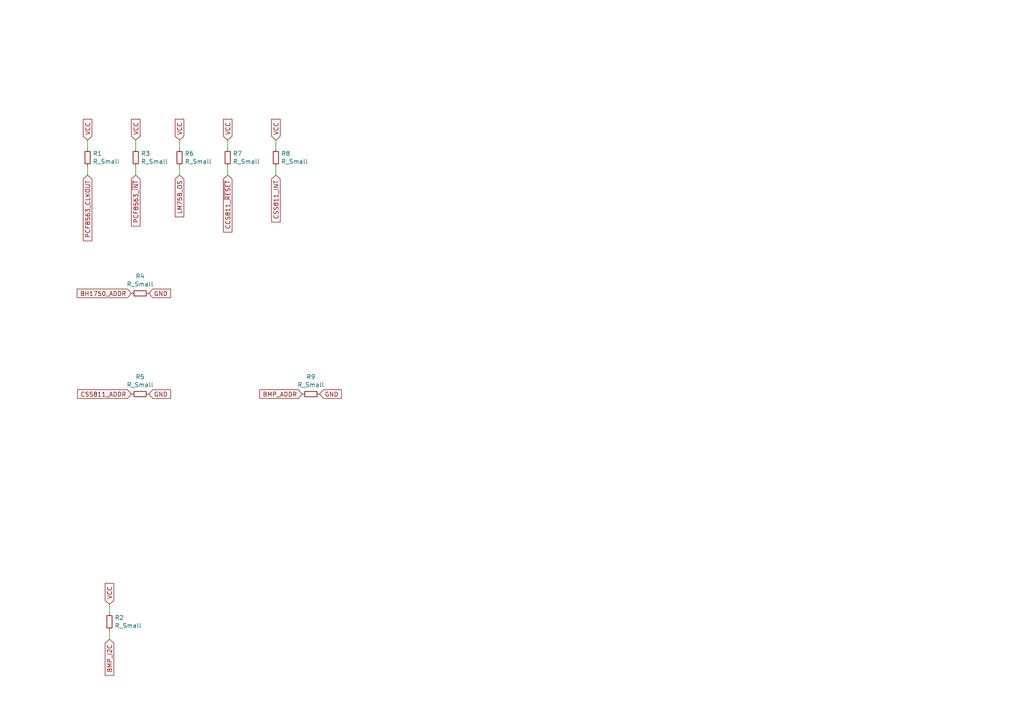
<source format=kicad_sch>
(kicad_sch (version 20230121) (generator eeschema)
  (paper "A4")
  (lib_symbols
    (symbol "Device:R_Small" (pin_numbers hide) (pin_names (offset 0.254) hide)
      (property "Reference" "R" (at 0.762 0.508 0))
      (property "Value" "R_Small" (at 0.762 -1.016 0))
      (symbol "R_Small_0_1"
        (rectangle (start -0.762 1.778) (end 0.762 -1.778) (stroke (width 0.2032)))
      )
      (symbol "R_Small_1_1"
        (pin passive line (at 0 2.54 270) (length 0.762) (name "~") (number "1"))
        (pin passive line (at 0 -2.54 90) (length 0.762) (name "~") (number "2"))
      )
    )
  )
  (wire (pts (xy 39.37 43.18) (xy 39.37 40.64)))
  (wire (pts (xy 31.75 177.8) (xy 31.75 175.26)))
  (wire (pts (xy 31.75 185.42) (xy 31.75 182.88)))
  (wire (pts (xy 39.37 50.8) (xy 39.37 48.26)))
  (wire (pts (xy 80.01 43.18) (xy 80.01 40.64)))
  (wire (pts (xy 52.07 50.8) (xy 52.07 48.26)))
  (wire (pts (xy 80.01 50.8) (xy 80.01 48.26)))
  (wire (pts (xy 25.4 50.8) (xy 25.4 48.26)))
  (wire (pts (xy 66.04 43.18) (xy 66.04 40.64)))
  (wire (pts (xy 52.07 43.18) (xy 52.07 40.64)))
  (wire (pts (xy 66.04 50.8) (xy 66.04 48.26)))
  (wire (pts (xy 25.4 43.18) (xy 25.4 40.64)))
  (global_label "CSS811_INT" (shape input) (at 80.01 50.8 270) (property "Intersheetrefs" "${INTERSHEET_REFS}" (effects hide)) (property "Intersheet-verwijzingen" "${INTERSHEET_REFS}" (effects hide)))
  (global_label "VCC" (shape input) (at 25.4 40.64 90) (property "Intersheetrefs" "${INTERSHEET_REFS}" (effects hide)) (property "Intersheet-verwijzingen" "${INTERSHEET_REFS}" (effects hide)))
  (global_label "PCF8563_CLKOUT" (shape input) (at 25.4 50.8 270) (property "Intersheetrefs" "${INTERSHEET_REFS}" (effects hide)) (property "Intersheet-verwijzingen" "${INTERSHEET_REFS}" (effects hide)))
  (global_label "CSS811_ADDR" (shape input) (at 38.1 114.3 180) (property "Intersheetrefs" "${INTERSHEET_REFS}" (effects hide)) (property "Intersheet-verwijzingen" "${INTERSHEET_REFS}" (effects hide)))
  (global_label "PCF8563_~{INT}" (shape input) (at 39.37 50.8 270) (property "Intersheetrefs" "${INTERSHEET_REFS}" (effects hide)) (property "Intersheet-verwijzingen" "${INTERSHEET_REFS}" (effects hide)))
  (global_label "GND" (shape input) (at 92.71 114.3 0) (property "Intersheetrefs" "${INTERSHEET_REFS}" (effects hide)) (property "Intersheet-verwijzingen" "${INTERSHEET_REFS}" (effects hide)))
  (global_label "BMP_ADDR" (shape input) (at 87.63 114.3 180) (property "Intersheetrefs" "${INTERSHEET_REFS}" (effects hide)) (property "Intersheet-verwijzingen" "${INTERSHEET_REFS}" (effects hide)))
  (global_label "GND" (shape input) (at 43.18 85.09 0) (property "Intersheetrefs" "${INTERSHEET_REFS}" (effects hide)) (property "Intersheet-verwijzingen" "${INTERSHEET_REFS}" (effects hide)))
  (global_label "VCC" (shape input) (at 66.04 40.64 90) (property "Intersheetrefs" "${INTERSHEET_REFS}" (effects hide)) (property "Intersheet-verwijzingen" "${INTERSHEET_REFS}" (effects hide)))
  (global_label "LM75B_OS" (shape input) (at 52.07 50.8 270) (property "Intersheetrefs" "${INTERSHEET_REFS}" (effects hide)) (property "Intersheet-verwijzingen" "${INTERSHEET_REFS}" (effects hide)))
  (global_label "VCC" (shape input) (at 39.37 40.64 90) (property "Intersheetrefs" "${INTERSHEET_REFS}" (effects hide)) (property "Intersheet-verwijzingen" "${INTERSHEET_REFS}" (effects hide)))
  (global_label "VCC" (shape input) (at 52.07 40.64 90) (property "Intersheetrefs" "${INTERSHEET_REFS}" (effects hide)) (property "Intersheet-verwijzingen" "${INTERSHEET_REFS}" (effects hide)))
  (global_label "BMP_I2C" (shape input) (at 31.75 185.42 270) (property "Intersheetrefs" "${INTERSHEET_REFS}" (effects hide)) (property "Intersheet-verwijzingen" "${INTERSHEET_REFS}" (effects hide)))
  (global_label "VCC" (shape input) (at 31.75 175.26 90) (property "Intersheetrefs" "${INTERSHEET_REFS}" (effects hide)) (property "Intersheet-verwijzingen" "${INTERSHEET_REFS}" (effects hide)))
  (global_label "BH1750_ADDR" (shape input) (at 38.1 85.09 180) (property "Intersheetrefs" "${INTERSHEET_REFS}" (effects hide)) (property "Intersheet-verwijzingen" "${INTERSHEET_REFS}" (effects hide)))
  (global_label "VCC" (shape input) (at 80.01 40.64 90) (property "Intersheetrefs" "${INTERSHEET_REFS}" (effects hide)) (property "Intersheet-verwijzingen" "${INTERSHEET_REFS}" (effects hide)))
  (global_label "CCS811_~{RESET}" (shape input) (at 66.04 50.8 270) (property "Intersheetrefs" "${INTERSHEET_REFS}" (effects hide)) (property "Intersheet-verwijzingen" "${INTERSHEET_REFS}" (effects hide)))
  (global_label "GND" (shape input) (at 43.18 114.3 0) (property "Intersheetrefs" "${INTERSHEET_REFS}" (effects hide)) (property "Intersheet-verwijzingen" "${INTERSHEET_REFS}" (effects hide)))
  (symbol (lib_id "Device:R_Small") (at 25.4 45.72 0) (unit 1)
    (property "Reference" "R1" (at 26.8986 44.5516 0) (effects (justify left)))
    (property "Value" "R_Small" (at 26.8986 46.863 0) (effects (justify left)))
    (property "Footprint" "Resistor_SMD:R_0805_2012Metric_Pad1.20x1.40mm_HandSolder" (effects hide))
  )
  (symbol (lib_id "Device:R_Small") (at 39.37 45.72 0) (unit 1)
    (property "Reference" "R3" (at 40.8686 44.5516 0) (effects (justify left)))
    (property "Value" "R_Small" (at 40.8686 46.863 0) (effects (justify left)))
    (property "Footprint" "Resistor_SMD:R_0805_2012Metric_Pad1.20x1.40mm_HandSolder" (effects hide))
  )
  (symbol (lib_id "Device:R_Small") (at 52.07 45.72 0) (unit 1)
    (property "Reference" "R6" (at 53.5686 44.5516 0) (effects (justify left)))
    (property "Value" "R_Small" (at 53.5686 46.863 0) (effects (justify left)))
    (property "Footprint" "Resistor_SMD:R_0805_2012Metric_Pad1.20x1.40mm_HandSolder" (effects hide))
  )
  (symbol (lib_id "Device:R_Small") (at 40.64 85.09 270) (unit 1)
    (property "Reference" "R4" (at 40.64 80.1116 90))
    (property "Value" "R_Small" (at 40.64 82.423 90))
    (property "Footprint" "Resistor_SMD:R_0805_2012Metric_Pad1.20x1.40mm_HandSolder" (effects hide))
  )
  (symbol (lib_id "Device:R_Small") (at 40.64 114.3 270) (unit 1)
    (property "Reference" "R5" (at 40.64 109.3216 90))
    (property "Value" "R_Small" (at 40.64 111.633 90))
    (property "Footprint" "Resistor_SMD:R_0805_2012Metric_Pad1.20x1.40mm_HandSolder" (effects hide))
  )
  (symbol (lib_id "Device:R_Small") (at 66.04 45.72 0) (unit 1)
    (property "Reference" "R7" (at 67.5386 44.5516 0) (effects (justify left)))
    (property "Value" "R_Small" (at 67.5386 46.863 0) (effects (justify left)))
    (property "Footprint" "Resistor_SMD:R_0805_2012Metric_Pad1.20x1.40mm_HandSolder" (effects hide))
  )
  (symbol (lib_id "Device:R_Small") (at 80.01 45.72 0) (unit 1)
    (property "Reference" "R8" (at 81.5086 44.5516 0) (effects (justify left)))
    (property "Value" "R_Small" (at 81.5086 46.863 0) (effects (justify left)))
    (property "Footprint" "Resistor_SMD:R_0805_2012Metric_Pad1.20x1.40mm_HandSolder" (effects hide))
  )
  (symbol (lib_id "Device:R_Small") (at 31.75 180.34 0) (unit 1)
    (property "Reference" "R2" (at 33.2486 179.1716 0) (effects (justify left)))
    (property "Value" "R_Small" (at 33.2486 181.483 0) (effects (justify left)))
    (property "Footprint" "Resistor_SMD:R_0805_2012Metric_Pad1.20x1.40mm_HandSolder" (effects hide))
  )
  (symbol (lib_id "Device:R_Small") (at 90.17 114.3 270) (unit 1)
    (property "Reference" "R9" (at 90.17 109.3216 90))
    (property "Value" "R_Small" (at 90.17 111.633 90))
    (property "Footprint" "Resistor_SMD:R_0805_2012Metric_Pad1.20x1.40mm_HandSolder" (effects hide))
  )
)
</source>
